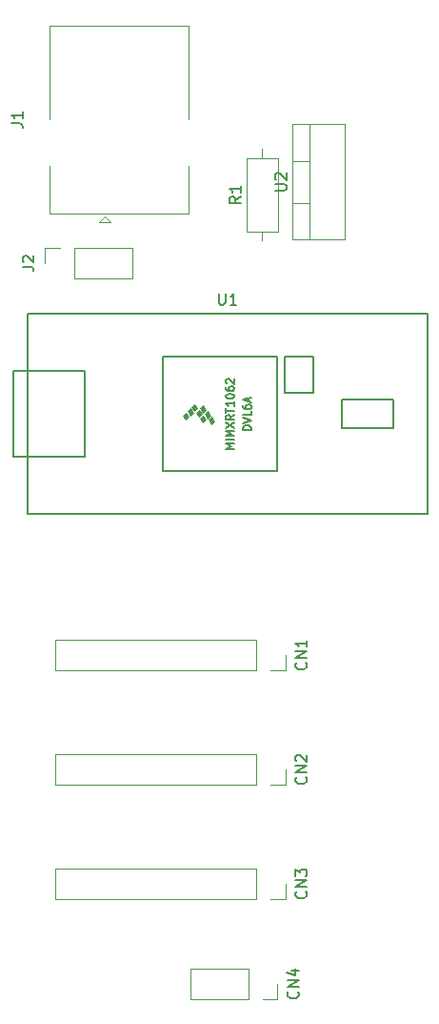
<source format=gto>
G04 #@! TF.GenerationSoftware,KiCad,Pcbnew,(5.1.9)-1*
G04 #@! TF.CreationDate,2021-03-04T10:53:28+07:00*
G04 #@! TF.ProjectId,Motherboard Schematics,4d6f7468-6572-4626-9f61-726420536368,rev?*
G04 #@! TF.SameCoordinates,PX7ed6b40PY8b3c880*
G04 #@! TF.FileFunction,Legend,Top*
G04 #@! TF.FilePolarity,Positive*
%FSLAX46Y46*%
G04 Gerber Fmt 4.6, Leading zero omitted, Abs format (unit mm)*
G04 Created by KiCad (PCBNEW (5.1.9)-1) date 2021-03-04 10:53:28*
%MOMM*%
%LPD*%
G01*
G04 APERTURE LIST*
%ADD10C,0.120000*%
%ADD11C,0.150000*%
%ADD12C,0.100000*%
G04 APERTURE END LIST*
D10*
X15270000Y68670000D02*
X15270000Y71330000D01*
X15270000Y68670000D02*
X20410000Y68670000D01*
X20410000Y68670000D02*
X20410000Y71330000D01*
X15270000Y71330000D02*
X20410000Y71330000D01*
X12670000Y71330000D02*
X14000000Y71330000D01*
X12670000Y70000000D02*
X12670000Y71330000D01*
X34680000Y72080000D02*
X34680000Y82320000D01*
X39321000Y72080000D02*
X39321000Y82320000D01*
X34680000Y72080000D02*
X39321000Y72080000D01*
X34680000Y82320000D02*
X39321000Y82320000D01*
X36190000Y72080000D02*
X36190000Y82320000D01*
X34680000Y75350000D02*
X36190000Y75350000D01*
X34680000Y79051000D02*
X36190000Y79051000D01*
X30630000Y72810000D02*
X33370000Y72810000D01*
X33370000Y72810000D02*
X33370000Y79350000D01*
X33370000Y79350000D02*
X30630000Y79350000D01*
X30630000Y79350000D02*
X30630000Y72810000D01*
X32000000Y72040000D02*
X32000000Y72810000D01*
X32000000Y80120000D02*
X32000000Y79350000D01*
D11*
X46680000Y65490000D02*
X11120000Y65490000D01*
X9850000Y60410000D02*
X9850000Y52790000D01*
X46680000Y47710000D02*
X46680000Y65490000D01*
X11120000Y47710000D02*
X46680000Y47710000D01*
X9850000Y52790000D02*
X11120000Y52790000D01*
X11120000Y60410000D02*
X9850000Y60410000D01*
X11120000Y65490000D02*
X11120000Y47710000D01*
D12*
G36*
X24963000Y56473000D02*
G01*
X25217000Y56727000D01*
X25471000Y56346000D01*
X25217000Y56092000D01*
X24963000Y56473000D01*
G37*
X24963000Y56473000D02*
X25217000Y56727000D01*
X25471000Y56346000D01*
X25217000Y56092000D01*
X24963000Y56473000D01*
G36*
X25344000Y56854000D02*
G01*
X25598000Y57108000D01*
X25852000Y56727000D01*
X25598000Y56473000D01*
X25344000Y56854000D01*
G37*
X25344000Y56854000D02*
X25598000Y57108000D01*
X25852000Y56727000D01*
X25598000Y56473000D01*
X25344000Y56854000D01*
G36*
X27249000Y56092000D02*
G01*
X27503000Y56346000D01*
X27757000Y55965000D01*
X27503000Y55711000D01*
X27249000Y56092000D01*
G37*
X27249000Y56092000D02*
X27503000Y56346000D01*
X27757000Y55965000D01*
X27503000Y55711000D01*
X27249000Y56092000D01*
G36*
X26868000Y56600000D02*
G01*
X27122000Y56854000D01*
X27376000Y56473000D01*
X27122000Y56219000D01*
X26868000Y56600000D01*
G37*
X26868000Y56600000D02*
X27122000Y56854000D01*
X27376000Y56473000D01*
X27122000Y56219000D01*
X26868000Y56600000D01*
G36*
X26487000Y57108000D02*
G01*
X26741000Y57362000D01*
X26995000Y56981000D01*
X26741000Y56727000D01*
X26487000Y57108000D01*
G37*
X26487000Y57108000D02*
X26741000Y57362000D01*
X26995000Y56981000D01*
X26741000Y56727000D01*
X26487000Y57108000D01*
G36*
X26487000Y56219000D02*
G01*
X26741000Y56473000D01*
X26995000Y56092000D01*
X26741000Y55838000D01*
X26487000Y56219000D01*
G37*
X26487000Y56219000D02*
X26741000Y56473000D01*
X26995000Y56092000D01*
X26741000Y55838000D01*
X26487000Y56219000D01*
G36*
X26106000Y56727000D02*
G01*
X26360000Y56981000D01*
X26614000Y56600000D01*
X26360000Y56346000D01*
X26106000Y56727000D01*
G37*
X26106000Y56727000D02*
X26360000Y56981000D01*
X26614000Y56600000D01*
X26360000Y56346000D01*
X26106000Y56727000D01*
G36*
X25725000Y57235000D02*
G01*
X25979000Y57489000D01*
X26233000Y57108000D01*
X25979000Y56854000D01*
X25725000Y57235000D01*
G37*
X25725000Y57235000D02*
X25979000Y57489000D01*
X26233000Y57108000D01*
X25979000Y56854000D01*
X25725000Y57235000D01*
D11*
X33980000Y58505000D02*
X33980000Y61680000D01*
X36520000Y58505000D02*
X33980000Y58505000D01*
X36520000Y61680000D02*
X36520000Y58505000D01*
X33980000Y61680000D02*
X36520000Y61680000D01*
X11120000Y47710000D02*
X11120000Y65490000D01*
X46680000Y47710000D02*
X11120000Y47710000D01*
X46680000Y65490000D02*
X46680000Y47710000D01*
X11120000Y65490000D02*
X46680000Y65490000D01*
X33345000Y51520000D02*
X23185000Y51520000D01*
X33345000Y61680000D02*
X23185000Y61680000D01*
X23185000Y61680000D02*
X23185000Y51520000D01*
X33345000Y51520000D02*
X33345000Y61680000D01*
X39060000Y57870000D02*
X43632000Y57870000D01*
X39060000Y55330000D02*
X39060000Y57870000D01*
X43632000Y55330000D02*
X39060000Y55330000D01*
X43632000Y57870000D02*
X43632000Y55330000D01*
X16200000Y52790000D02*
X11120000Y52790000D01*
X16200000Y60410000D02*
X11120000Y60410000D01*
X16200000Y52790000D02*
X16200000Y60410000D01*
X9850000Y60410000D02*
X11120000Y60410000D01*
X9850000Y52790000D02*
X9850000Y60410000D01*
X11120000Y52790000D02*
X9850000Y52790000D01*
D10*
X18500000Y73680000D02*
X18000000Y74180000D01*
X17500000Y73680000D02*
X18500000Y73680000D01*
X18000000Y74180000D02*
X17500000Y73680000D01*
X25410000Y91120000D02*
X25410000Y82760000D01*
X13090000Y91120000D02*
X25410000Y91120000D01*
X13090000Y82760000D02*
X13090000Y91120000D01*
X25410000Y74400000D02*
X25410000Y78660000D01*
X13090000Y74400000D02*
X25410000Y74400000D01*
X13090000Y78660000D02*
X13090000Y74400000D01*
X30740000Y7320000D02*
X30740000Y4660000D01*
X30740000Y7320000D02*
X25600000Y7320000D01*
X25600000Y7320000D02*
X25600000Y4660000D01*
X30740000Y4660000D02*
X25600000Y4660000D01*
X33340000Y4660000D02*
X32010000Y4660000D01*
X33340000Y5990000D02*
X33340000Y4660000D01*
X31454999Y16210000D02*
X31454999Y13550000D01*
X31454999Y16210000D02*
X13614999Y16210000D01*
X13614999Y16210000D02*
X13614999Y13550000D01*
X31454999Y13550000D02*
X13614999Y13550000D01*
X34054999Y13550000D02*
X32724999Y13550000D01*
X34054999Y14880000D02*
X34054999Y13550000D01*
X31454999Y26370000D02*
X31454999Y23710000D01*
X31454999Y26370000D02*
X13614999Y26370000D01*
X13614999Y26370000D02*
X13614999Y23710000D01*
X31454999Y23710000D02*
X13614999Y23710000D01*
X34054999Y23710000D02*
X32724999Y23710000D01*
X34054999Y25040000D02*
X34054999Y23710000D01*
X31454999Y36530000D02*
X31454999Y33870000D01*
X31454999Y36530000D02*
X13614999Y36530000D01*
X13614999Y36530000D02*
X13614999Y33870000D01*
X31454999Y33870000D02*
X13614999Y33870000D01*
X34054999Y33870000D02*
X32724999Y33870000D01*
X34054999Y35200000D02*
X34054999Y33870000D01*
D11*
X10682380Y69666667D02*
X11396666Y69666667D01*
X11539523Y69619048D01*
X11634761Y69523810D01*
X11682380Y69380953D01*
X11682380Y69285715D01*
X10777619Y70095239D02*
X10730000Y70142858D01*
X10682380Y70238096D01*
X10682380Y70476191D01*
X10730000Y70571429D01*
X10777619Y70619048D01*
X10872857Y70666667D01*
X10968095Y70666667D01*
X11110952Y70619048D01*
X11682380Y70047620D01*
X11682380Y70666667D01*
X33132380Y76438096D02*
X33941904Y76438096D01*
X34037142Y76485715D01*
X34084761Y76533334D01*
X34132380Y76628572D01*
X34132380Y76819048D01*
X34084761Y76914286D01*
X34037142Y76961905D01*
X33941904Y77009524D01*
X33132380Y77009524D01*
X33227619Y77438096D02*
X33180000Y77485715D01*
X33132380Y77580953D01*
X33132380Y77819048D01*
X33180000Y77914286D01*
X33227619Y77961905D01*
X33322857Y78009524D01*
X33418095Y78009524D01*
X33560952Y77961905D01*
X34132380Y77390477D01*
X34132380Y78009524D01*
X30082380Y75913334D02*
X29606190Y75580000D01*
X30082380Y75341905D02*
X29082380Y75341905D01*
X29082380Y75722858D01*
X29130000Y75818096D01*
X29177619Y75865715D01*
X29272857Y75913334D01*
X29415714Y75913334D01*
X29510952Y75865715D01*
X29558571Y75818096D01*
X29606190Y75722858D01*
X29606190Y75341905D01*
X30082380Y76865715D02*
X30082380Y76294286D01*
X30082380Y76580000D02*
X29082380Y76580000D01*
X29225238Y76484762D01*
X29320476Y76389524D01*
X29368095Y76294286D01*
X28138095Y67307620D02*
X28138095Y66498096D01*
X28185714Y66402858D01*
X28233333Y66355239D01*
X28328571Y66307620D01*
X28519047Y66307620D01*
X28614285Y66355239D01*
X28661904Y66402858D01*
X28709523Y66498096D01*
X28709523Y67307620D01*
X29709523Y66307620D02*
X29138095Y66307620D01*
X29423809Y66307620D02*
X29423809Y67307620D01*
X29328571Y67164762D01*
X29233333Y67069524D01*
X29138095Y67021905D01*
X30994666Y55200000D02*
X30294666Y55200000D01*
X30294666Y55366667D01*
X30328000Y55466667D01*
X30394666Y55533334D01*
X30461333Y55566667D01*
X30594666Y55600000D01*
X30694666Y55600000D01*
X30828000Y55566667D01*
X30894666Y55533334D01*
X30961333Y55466667D01*
X30994666Y55366667D01*
X30994666Y55200000D01*
X30294666Y55800000D02*
X30994666Y56033334D01*
X30294666Y56266667D01*
X30994666Y56833334D02*
X30994666Y56500000D01*
X30294666Y56500000D01*
X30294666Y57366667D02*
X30294666Y57233334D01*
X30328000Y57166667D01*
X30361333Y57133334D01*
X30461333Y57066667D01*
X30594666Y57033334D01*
X30861333Y57033334D01*
X30928000Y57066667D01*
X30961333Y57100000D01*
X30994666Y57166667D01*
X30994666Y57300000D01*
X30961333Y57366667D01*
X30928000Y57400000D01*
X30861333Y57433334D01*
X30694666Y57433334D01*
X30628000Y57400000D01*
X30594666Y57366667D01*
X30561333Y57300000D01*
X30561333Y57166667D01*
X30594666Y57100000D01*
X30628000Y57066667D01*
X30694666Y57033334D01*
X30794666Y57700000D02*
X30794666Y58033334D01*
X30994666Y57633334D02*
X30294666Y57866667D01*
X30994666Y58100000D01*
X29470666Y53516667D02*
X28770666Y53516667D01*
X29270666Y53750000D01*
X28770666Y53983334D01*
X29470666Y53983334D01*
X29470666Y54316667D02*
X28770666Y54316667D01*
X29470666Y54650000D02*
X28770666Y54650000D01*
X29270666Y54883334D01*
X28770666Y55116667D01*
X29470666Y55116667D01*
X28770666Y55383334D02*
X29470666Y55850000D01*
X28770666Y55850000D02*
X29470666Y55383334D01*
X29470666Y56516667D02*
X29137333Y56283334D01*
X29470666Y56116667D02*
X28770666Y56116667D01*
X28770666Y56383334D01*
X28804000Y56450000D01*
X28837333Y56483334D01*
X28904000Y56516667D01*
X29004000Y56516667D01*
X29070666Y56483334D01*
X29104000Y56450000D01*
X29137333Y56383334D01*
X29137333Y56116667D01*
X28770666Y56716667D02*
X28770666Y57116667D01*
X29470666Y56916667D02*
X28770666Y56916667D01*
X29470666Y57716667D02*
X29470666Y57316667D01*
X29470666Y57516667D02*
X28770666Y57516667D01*
X28870666Y57450000D01*
X28937333Y57383334D01*
X28970666Y57316667D01*
X28770666Y58150000D02*
X28770666Y58216667D01*
X28804000Y58283334D01*
X28837333Y58316667D01*
X28904000Y58350000D01*
X29037333Y58383334D01*
X29204000Y58383334D01*
X29337333Y58350000D01*
X29404000Y58316667D01*
X29437333Y58283334D01*
X29470666Y58216667D01*
X29470666Y58150000D01*
X29437333Y58083334D01*
X29404000Y58050000D01*
X29337333Y58016667D01*
X29204000Y57983334D01*
X29037333Y57983334D01*
X28904000Y58016667D01*
X28837333Y58050000D01*
X28804000Y58083334D01*
X28770666Y58150000D01*
X28770666Y58983334D02*
X28770666Y58850000D01*
X28804000Y58783334D01*
X28837333Y58750000D01*
X28937333Y58683334D01*
X29070666Y58650000D01*
X29337333Y58650000D01*
X29404000Y58683334D01*
X29437333Y58716667D01*
X29470666Y58783334D01*
X29470666Y58916667D01*
X29437333Y58983334D01*
X29404000Y59016667D01*
X29337333Y59050000D01*
X29170666Y59050000D01*
X29104000Y59016667D01*
X29070666Y58983334D01*
X29037333Y58916667D01*
X29037333Y58783334D01*
X29070666Y58716667D01*
X29104000Y58683334D01*
X29170666Y58650000D01*
X28837333Y59316667D02*
X28804000Y59350000D01*
X28770666Y59416667D01*
X28770666Y59583334D01*
X28804000Y59650000D01*
X28837333Y59683334D01*
X28904000Y59716667D01*
X28970666Y59716667D01*
X29070666Y59683334D01*
X29470666Y59283334D01*
X29470666Y59716667D01*
X9682380Y82426667D02*
X10396666Y82426667D01*
X10539523Y82379048D01*
X10634761Y82283810D01*
X10682380Y82140953D01*
X10682380Y82045715D01*
X10682380Y83426667D02*
X10682380Y82855239D01*
X10682380Y83140953D02*
X9682380Y83140953D01*
X9825238Y83045715D01*
X9920476Y82950477D01*
X9968095Y82855239D01*
X35137142Y5299524D02*
X35184761Y5251905D01*
X35232380Y5109048D01*
X35232380Y5013810D01*
X35184761Y4870953D01*
X35089523Y4775715D01*
X34994285Y4728096D01*
X34803809Y4680477D01*
X34660952Y4680477D01*
X34470476Y4728096D01*
X34375238Y4775715D01*
X34280000Y4870953D01*
X34232380Y5013810D01*
X34232380Y5109048D01*
X34280000Y5251905D01*
X34327619Y5299524D01*
X35232380Y5728096D02*
X34232380Y5728096D01*
X35232380Y6299524D01*
X34232380Y6299524D01*
X34565714Y7204286D02*
X35232380Y7204286D01*
X34184761Y6966191D02*
X34899047Y6728096D01*
X34899047Y7347143D01*
X35852141Y14189524D02*
X35899760Y14141905D01*
X35947379Y13999048D01*
X35947379Y13903810D01*
X35899760Y13760953D01*
X35804522Y13665715D01*
X35709284Y13618096D01*
X35518808Y13570477D01*
X35375951Y13570477D01*
X35185475Y13618096D01*
X35090237Y13665715D01*
X34994999Y13760953D01*
X34947379Y13903810D01*
X34947379Y13999048D01*
X34994999Y14141905D01*
X35042618Y14189524D01*
X35947379Y14618096D02*
X34947379Y14618096D01*
X35947379Y15189524D01*
X34947379Y15189524D01*
X34947379Y15570477D02*
X34947379Y16189524D01*
X35328332Y15856191D01*
X35328332Y15999048D01*
X35375951Y16094286D01*
X35423570Y16141905D01*
X35518808Y16189524D01*
X35756903Y16189524D01*
X35852141Y16141905D01*
X35899760Y16094286D01*
X35947379Y15999048D01*
X35947379Y15713334D01*
X35899760Y15618096D01*
X35852141Y15570477D01*
X35852141Y24349524D02*
X35899760Y24301905D01*
X35947379Y24159048D01*
X35947379Y24063810D01*
X35899760Y23920953D01*
X35804522Y23825715D01*
X35709284Y23778096D01*
X35518808Y23730477D01*
X35375951Y23730477D01*
X35185475Y23778096D01*
X35090237Y23825715D01*
X34994999Y23920953D01*
X34947379Y24063810D01*
X34947379Y24159048D01*
X34994999Y24301905D01*
X35042618Y24349524D01*
X35947379Y24778096D02*
X34947379Y24778096D01*
X35947379Y25349524D01*
X34947379Y25349524D01*
X35042618Y25778096D02*
X34994999Y25825715D01*
X34947379Y25920953D01*
X34947379Y26159048D01*
X34994999Y26254286D01*
X35042618Y26301905D01*
X35137856Y26349524D01*
X35233094Y26349524D01*
X35375951Y26301905D01*
X35947379Y25730477D01*
X35947379Y26349524D01*
X35852141Y34509524D02*
X35899760Y34461905D01*
X35947379Y34319048D01*
X35947379Y34223810D01*
X35899760Y34080953D01*
X35804522Y33985715D01*
X35709284Y33938096D01*
X35518808Y33890477D01*
X35375951Y33890477D01*
X35185475Y33938096D01*
X35090237Y33985715D01*
X34994999Y34080953D01*
X34947379Y34223810D01*
X34947379Y34319048D01*
X34994999Y34461905D01*
X35042618Y34509524D01*
X35947379Y34938096D02*
X34947379Y34938096D01*
X35947379Y35509524D01*
X34947379Y35509524D01*
X35947379Y36509524D02*
X35947379Y35938096D01*
X35947379Y36223810D02*
X34947379Y36223810D01*
X35090237Y36128572D01*
X35185475Y36033334D01*
X35233094Y35938096D01*
M02*

</source>
